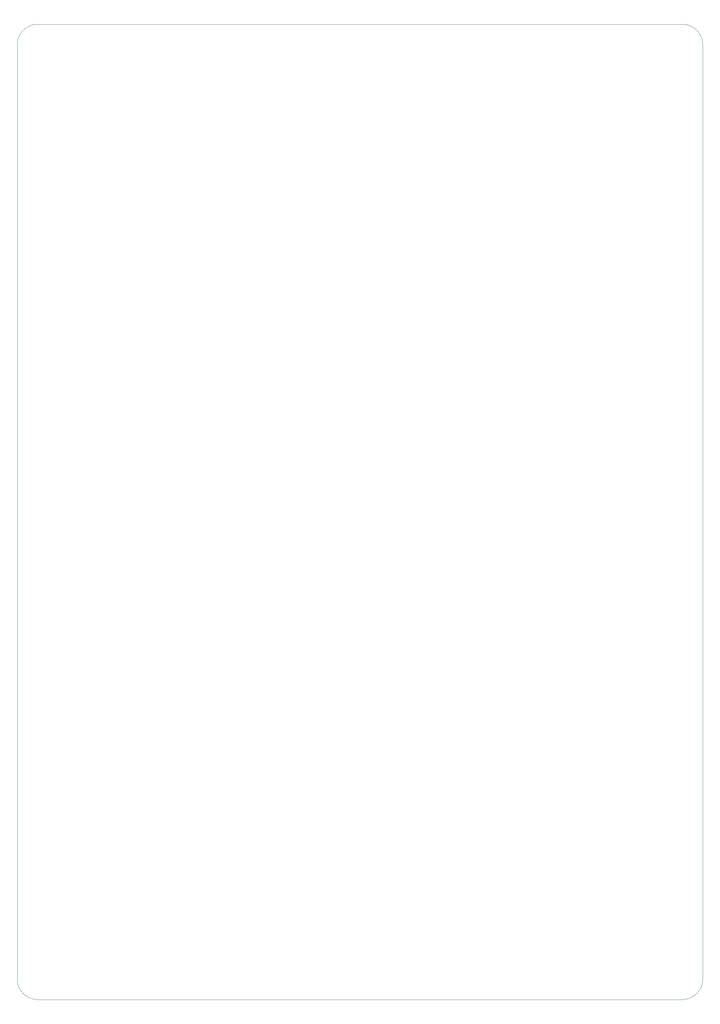
<source format=gbr>
%TF.GenerationSoftware,KiCad,Pcbnew,(5.1.10)-1*%
%TF.CreationDate,2021-10-08T01:57:58-07:00*%
%TF.ProjectId,matx-pc104,6d617478-2d70-4633-9130-342e6b696361,rev?*%
%TF.SameCoordinates,PX18392c0PYda028c0*%
%TF.FileFunction,Profile,NP*%
%FSLAX46Y46*%
G04 Gerber Fmt 4.6, Leading zero omitted, Abs format (unit mm)*
G04 Created by KiCad (PCBNEW (5.1.10)-1) date 2021-10-08 01:57:58*
%MOMM*%
%LPD*%
G01*
G04 APERTURE LIST*
%TA.AperFunction,Profile*%
%ADD10C,0.050000*%
%TD*%
G04 APERTURE END LIST*
D10*
X-10160000Y204470000D02*
G75*
G02*
X-5080000Y209550000I5080000J0D01*
G01*
X156210000Y209550000D02*
G75*
G02*
X161290000Y204470000I0J-5080000D01*
G01*
X161290000Y-29210000D02*
G75*
G02*
X156210000Y-34290000I-5080000J0D01*
G01*
X-5080000Y-34290000D02*
G75*
G02*
X-10160000Y-29210000I0J5080000D01*
G01*
X161290000Y-29210000D02*
X161290000Y204470000D01*
X-5080000Y209550000D02*
X156210000Y209550000D01*
X-10160000Y-29210000D02*
X-10160000Y204470000D01*
X-5080000Y-34290000D02*
X156210000Y-34290000D01*
M02*

</source>
